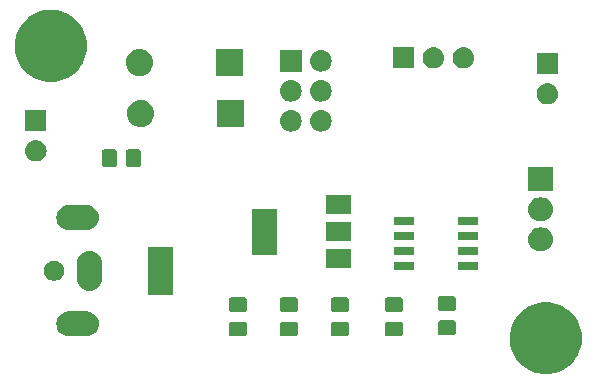
<source format=gbr>
G04 #@! TF.GenerationSoftware,KiCad,Pcbnew,(5.0.1)-4*
G04 #@! TF.CreationDate,2018-11-16T16:38:59+08:00*
G04 #@! TF.ProjectId,AILight,41494C696768742E6B696361645F7063,rev?*
G04 #@! TF.SameCoordinates,Original*
G04 #@! TF.FileFunction,Soldermask,Top*
G04 #@! TF.FilePolarity,Negative*
%FSLAX46Y46*%
G04 Gerber Fmt 4.6, Leading zero omitted, Abs format (unit mm)*
G04 Created by KiCad (PCBNEW (5.0.1)-4) date 2018-11-16 16:38:59*
%MOMM*%
%LPD*%
G01*
G04 APERTURE LIST*
%ADD10C,0.100000*%
G04 APERTURE END LIST*
D10*
G36*
X59650170Y-83367879D02*
X59944868Y-83426498D01*
X60500067Y-83656469D01*
X60787220Y-83848339D01*
X60999736Y-83990338D01*
X61424662Y-84415264D01*
X61424664Y-84415267D01*
X61758531Y-84914933D01*
X61988502Y-85470132D01*
X62011450Y-85585500D01*
X62105740Y-86059527D01*
X62105740Y-86660473D01*
X62075051Y-86814757D01*
X61988502Y-87249868D01*
X61758531Y-87805067D01*
X61547335Y-88121143D01*
X61424662Y-88304736D01*
X60999736Y-88729662D01*
X60999733Y-88729664D01*
X60500067Y-89063531D01*
X59944868Y-89293502D01*
X59751325Y-89332000D01*
X59355473Y-89410740D01*
X58754527Y-89410740D01*
X58358675Y-89332000D01*
X58165132Y-89293502D01*
X57609933Y-89063531D01*
X57110267Y-88729664D01*
X57110264Y-88729662D01*
X56685338Y-88304736D01*
X56562665Y-88121143D01*
X56351469Y-87805067D01*
X56121498Y-87249868D01*
X56034949Y-86814757D01*
X56004260Y-86660473D01*
X56004260Y-86059527D01*
X56098550Y-85585500D01*
X56121498Y-85470132D01*
X56351469Y-84914933D01*
X56685336Y-84415267D01*
X56685338Y-84415264D01*
X57110264Y-83990338D01*
X57322780Y-83848339D01*
X57609933Y-83656469D01*
X58165132Y-83426498D01*
X58459830Y-83367879D01*
X58754527Y-83309260D01*
X59355473Y-83309260D01*
X59650170Y-83367879D01*
X59650170Y-83367879D01*
G37*
G36*
X46778314Y-84955714D02*
X46816001Y-84967147D01*
X46850740Y-84985715D01*
X46881185Y-85010701D01*
X46906171Y-85041146D01*
X46924739Y-85075885D01*
X46936172Y-85113572D01*
X46940637Y-85158910D01*
X46940637Y-85995588D01*
X46936172Y-86040926D01*
X46924739Y-86078613D01*
X46906171Y-86113352D01*
X46881185Y-86143797D01*
X46850740Y-86168783D01*
X46816001Y-86187351D01*
X46778314Y-86198784D01*
X46732976Y-86203249D01*
X45646298Y-86203249D01*
X45600960Y-86198784D01*
X45563273Y-86187351D01*
X45528534Y-86168783D01*
X45498089Y-86143797D01*
X45473103Y-86113352D01*
X45454535Y-86078613D01*
X45443102Y-86040926D01*
X45438637Y-85995588D01*
X45438637Y-85158910D01*
X45443102Y-85113572D01*
X45454535Y-85075885D01*
X45473103Y-85041146D01*
X45498089Y-85010701D01*
X45528534Y-84985715D01*
X45563273Y-84967147D01*
X45600960Y-84955714D01*
X45646298Y-84951249D01*
X46732976Y-84951249D01*
X46778314Y-84955714D01*
X46778314Y-84955714D01*
G37*
G36*
X42206314Y-84955714D02*
X42244001Y-84967147D01*
X42278740Y-84985715D01*
X42309185Y-85010701D01*
X42334171Y-85041146D01*
X42352739Y-85075885D01*
X42364172Y-85113572D01*
X42368637Y-85158910D01*
X42368637Y-85995588D01*
X42364172Y-86040926D01*
X42352739Y-86078613D01*
X42334171Y-86113352D01*
X42309185Y-86143797D01*
X42278740Y-86168783D01*
X42244001Y-86187351D01*
X42206314Y-86198784D01*
X42160976Y-86203249D01*
X41074298Y-86203249D01*
X41028960Y-86198784D01*
X40991273Y-86187351D01*
X40956534Y-86168783D01*
X40926089Y-86143797D01*
X40901103Y-86113352D01*
X40882535Y-86078613D01*
X40871102Y-86040926D01*
X40866637Y-85995588D01*
X40866637Y-85158910D01*
X40871102Y-85113572D01*
X40882535Y-85075885D01*
X40901103Y-85041146D01*
X40926089Y-85010701D01*
X40956534Y-84985715D01*
X40991273Y-84967147D01*
X41028960Y-84955714D01*
X41074298Y-84951249D01*
X42160976Y-84951249D01*
X42206314Y-84955714D01*
X42206314Y-84955714D01*
G37*
G36*
X33570314Y-84955714D02*
X33608001Y-84967147D01*
X33642740Y-84985715D01*
X33673185Y-85010701D01*
X33698171Y-85041146D01*
X33716739Y-85075885D01*
X33728172Y-85113572D01*
X33732637Y-85158910D01*
X33732637Y-85995588D01*
X33728172Y-86040926D01*
X33716739Y-86078613D01*
X33698171Y-86113352D01*
X33673185Y-86143797D01*
X33642740Y-86168783D01*
X33608001Y-86187351D01*
X33570314Y-86198784D01*
X33524976Y-86203249D01*
X32438298Y-86203249D01*
X32392960Y-86198784D01*
X32355273Y-86187351D01*
X32320534Y-86168783D01*
X32290089Y-86143797D01*
X32265103Y-86113352D01*
X32246535Y-86078613D01*
X32235102Y-86040926D01*
X32230637Y-85995588D01*
X32230637Y-85158910D01*
X32235102Y-85113572D01*
X32246535Y-85075885D01*
X32265103Y-85041146D01*
X32290089Y-85010701D01*
X32320534Y-84985715D01*
X32355273Y-84967147D01*
X32392960Y-84955714D01*
X32438298Y-84951249D01*
X33524976Y-84951249D01*
X33570314Y-84955714D01*
X33570314Y-84955714D01*
G37*
G36*
X37888314Y-84955714D02*
X37926001Y-84967147D01*
X37960740Y-84985715D01*
X37991185Y-85010701D01*
X38016171Y-85041146D01*
X38034739Y-85075885D01*
X38046172Y-85113572D01*
X38050637Y-85158910D01*
X38050637Y-85995588D01*
X38046172Y-86040926D01*
X38034739Y-86078613D01*
X38016171Y-86113352D01*
X37991185Y-86143797D01*
X37960740Y-86168783D01*
X37926001Y-86187351D01*
X37888314Y-86198784D01*
X37842976Y-86203249D01*
X36756298Y-86203249D01*
X36710960Y-86198784D01*
X36673273Y-86187351D01*
X36638534Y-86168783D01*
X36608089Y-86143797D01*
X36583103Y-86113352D01*
X36564535Y-86078613D01*
X36553102Y-86040926D01*
X36548637Y-85995588D01*
X36548637Y-85158910D01*
X36553102Y-85113572D01*
X36564535Y-85075885D01*
X36583103Y-85041146D01*
X36608089Y-85010701D01*
X36638534Y-84985715D01*
X36673273Y-84967147D01*
X36710960Y-84955714D01*
X36756298Y-84951249D01*
X37842976Y-84951249D01*
X37888314Y-84955714D01*
X37888314Y-84955714D01*
G37*
G36*
X20248510Y-84097041D02*
X20372032Y-84109207D01*
X20570146Y-84169305D01*
X20752729Y-84266897D01*
X20912765Y-84398235D01*
X21044103Y-84558271D01*
X21141695Y-84740854D01*
X21201793Y-84938968D01*
X21222085Y-85145000D01*
X21201793Y-85351032D01*
X21141695Y-85549146D01*
X21044103Y-85731729D01*
X20912765Y-85891765D01*
X20752729Y-86023103D01*
X20570146Y-86120695D01*
X20372032Y-86180793D01*
X20248510Y-86192959D01*
X20217631Y-86196000D01*
X18614369Y-86196000D01*
X18583490Y-86192959D01*
X18459968Y-86180793D01*
X18261854Y-86120695D01*
X18079271Y-86023103D01*
X17919235Y-85891765D01*
X17787897Y-85731729D01*
X17690305Y-85549146D01*
X17630207Y-85351032D01*
X17609915Y-85145000D01*
X17630207Y-84938968D01*
X17690305Y-84740854D01*
X17787897Y-84558271D01*
X17919235Y-84398235D01*
X18079271Y-84266897D01*
X18261854Y-84169305D01*
X18459968Y-84109207D01*
X18583490Y-84097041D01*
X18614369Y-84094000D01*
X20217631Y-84094000D01*
X20248510Y-84097041D01*
X20248510Y-84097041D01*
G37*
G36*
X51261677Y-84858465D02*
X51299364Y-84869898D01*
X51334103Y-84888466D01*
X51364548Y-84913452D01*
X51389534Y-84943897D01*
X51408102Y-84978636D01*
X51419535Y-85016323D01*
X51424000Y-85061661D01*
X51424000Y-85898339D01*
X51419535Y-85943677D01*
X51408102Y-85981364D01*
X51389534Y-86016103D01*
X51364548Y-86046548D01*
X51334103Y-86071534D01*
X51299364Y-86090102D01*
X51261677Y-86101535D01*
X51216339Y-86106000D01*
X50129661Y-86106000D01*
X50084323Y-86101535D01*
X50046636Y-86090102D01*
X50011897Y-86071534D01*
X49981452Y-86046548D01*
X49956466Y-86016103D01*
X49937898Y-85981364D01*
X49926465Y-85943677D01*
X49922000Y-85898339D01*
X49922000Y-85061661D01*
X49926465Y-85016323D01*
X49937898Y-84978636D01*
X49956466Y-84943897D01*
X49981452Y-84913452D01*
X50011897Y-84888466D01*
X50046636Y-84869898D01*
X50084323Y-84858465D01*
X50129661Y-84854000D01*
X51216339Y-84854000D01*
X51261677Y-84858465D01*
X51261677Y-84858465D01*
G37*
G36*
X33570314Y-82905714D02*
X33608001Y-82917147D01*
X33642740Y-82935715D01*
X33673185Y-82960701D01*
X33698171Y-82991146D01*
X33716739Y-83025885D01*
X33728172Y-83063572D01*
X33732637Y-83108910D01*
X33732637Y-83945588D01*
X33728172Y-83990926D01*
X33716739Y-84028613D01*
X33698171Y-84063352D01*
X33673185Y-84093797D01*
X33642740Y-84118783D01*
X33608001Y-84137351D01*
X33570314Y-84148784D01*
X33524976Y-84153249D01*
X32438298Y-84153249D01*
X32392960Y-84148784D01*
X32355273Y-84137351D01*
X32320534Y-84118783D01*
X32290089Y-84093797D01*
X32265103Y-84063352D01*
X32246535Y-84028613D01*
X32235102Y-83990926D01*
X32230637Y-83945588D01*
X32230637Y-83108910D01*
X32235102Y-83063572D01*
X32246535Y-83025885D01*
X32265103Y-82991146D01*
X32290089Y-82960701D01*
X32320534Y-82935715D01*
X32355273Y-82917147D01*
X32392960Y-82905714D01*
X32438298Y-82901249D01*
X33524976Y-82901249D01*
X33570314Y-82905714D01*
X33570314Y-82905714D01*
G37*
G36*
X37888314Y-82905714D02*
X37926001Y-82917147D01*
X37960740Y-82935715D01*
X37991185Y-82960701D01*
X38016171Y-82991146D01*
X38034739Y-83025885D01*
X38046172Y-83063572D01*
X38050637Y-83108910D01*
X38050637Y-83945588D01*
X38046172Y-83990926D01*
X38034739Y-84028613D01*
X38016171Y-84063352D01*
X37991185Y-84093797D01*
X37960740Y-84118783D01*
X37926001Y-84137351D01*
X37888314Y-84148784D01*
X37842976Y-84153249D01*
X36756298Y-84153249D01*
X36710960Y-84148784D01*
X36673273Y-84137351D01*
X36638534Y-84118783D01*
X36608089Y-84093797D01*
X36583103Y-84063352D01*
X36564535Y-84028613D01*
X36553102Y-83990926D01*
X36548637Y-83945588D01*
X36548637Y-83108910D01*
X36553102Y-83063572D01*
X36564535Y-83025885D01*
X36583103Y-82991146D01*
X36608089Y-82960701D01*
X36638534Y-82935715D01*
X36673273Y-82917147D01*
X36710960Y-82905714D01*
X36756298Y-82901249D01*
X37842976Y-82901249D01*
X37888314Y-82905714D01*
X37888314Y-82905714D01*
G37*
G36*
X42206314Y-82905714D02*
X42244001Y-82917147D01*
X42278740Y-82935715D01*
X42309185Y-82960701D01*
X42334171Y-82991146D01*
X42352739Y-83025885D01*
X42364172Y-83063572D01*
X42368637Y-83108910D01*
X42368637Y-83945588D01*
X42364172Y-83990926D01*
X42352739Y-84028613D01*
X42334171Y-84063352D01*
X42309185Y-84093797D01*
X42278740Y-84118783D01*
X42244001Y-84137351D01*
X42206314Y-84148784D01*
X42160976Y-84153249D01*
X41074298Y-84153249D01*
X41028960Y-84148784D01*
X40991273Y-84137351D01*
X40956534Y-84118783D01*
X40926089Y-84093797D01*
X40901103Y-84063352D01*
X40882535Y-84028613D01*
X40871102Y-83990926D01*
X40866637Y-83945588D01*
X40866637Y-83108910D01*
X40871102Y-83063572D01*
X40882535Y-83025885D01*
X40901103Y-82991146D01*
X40926089Y-82960701D01*
X40956534Y-82935715D01*
X40991273Y-82917147D01*
X41028960Y-82905714D01*
X41074298Y-82901249D01*
X42160976Y-82901249D01*
X42206314Y-82905714D01*
X42206314Y-82905714D01*
G37*
G36*
X46778314Y-82905714D02*
X46816001Y-82917147D01*
X46850740Y-82935715D01*
X46881185Y-82960701D01*
X46906171Y-82991146D01*
X46924739Y-83025885D01*
X46936172Y-83063572D01*
X46940637Y-83108910D01*
X46940637Y-83945588D01*
X46936172Y-83990926D01*
X46924739Y-84028613D01*
X46906171Y-84063352D01*
X46881185Y-84093797D01*
X46850740Y-84118783D01*
X46816001Y-84137351D01*
X46778314Y-84148784D01*
X46732976Y-84153249D01*
X45646298Y-84153249D01*
X45600960Y-84148784D01*
X45563273Y-84137351D01*
X45528534Y-84118783D01*
X45498089Y-84093797D01*
X45473103Y-84063352D01*
X45454535Y-84028613D01*
X45443102Y-83990926D01*
X45438637Y-83945588D01*
X45438637Y-83108910D01*
X45443102Y-83063572D01*
X45454535Y-83025885D01*
X45473103Y-82991146D01*
X45498089Y-82960701D01*
X45528534Y-82935715D01*
X45563273Y-82917147D01*
X45600960Y-82905714D01*
X45646298Y-82901249D01*
X46732976Y-82901249D01*
X46778314Y-82905714D01*
X46778314Y-82905714D01*
G37*
G36*
X51261677Y-82808465D02*
X51299364Y-82819898D01*
X51334103Y-82838466D01*
X51364548Y-82863452D01*
X51389534Y-82893897D01*
X51408102Y-82928636D01*
X51419535Y-82966323D01*
X51424000Y-83011661D01*
X51424000Y-83848339D01*
X51419535Y-83893677D01*
X51408102Y-83931364D01*
X51389534Y-83966103D01*
X51364548Y-83996548D01*
X51334103Y-84021534D01*
X51299364Y-84040102D01*
X51261677Y-84051535D01*
X51216339Y-84056000D01*
X50129661Y-84056000D01*
X50084323Y-84051535D01*
X50046636Y-84040102D01*
X50011897Y-84021534D01*
X49981452Y-83996548D01*
X49956466Y-83966103D01*
X49937898Y-83931364D01*
X49926465Y-83893677D01*
X49922000Y-83848339D01*
X49922000Y-83011661D01*
X49926465Y-82966323D01*
X49937898Y-82928636D01*
X49956466Y-82893897D01*
X49981452Y-82863452D01*
X50011897Y-82838466D01*
X50046636Y-82819898D01*
X50084323Y-82808465D01*
X50129661Y-82804000D01*
X51216339Y-82804000D01*
X51261677Y-82808465D01*
X51261677Y-82808465D01*
G37*
G36*
X27467000Y-82696000D02*
X25365000Y-82696000D01*
X25365000Y-78594000D01*
X27467000Y-78594000D01*
X27467000Y-82696000D01*
X27467000Y-82696000D01*
G37*
G36*
X20622032Y-78959207D02*
X20820146Y-79019305D01*
X21002729Y-79116897D01*
X21162765Y-79248235D01*
X21294103Y-79408271D01*
X21391695Y-79590854D01*
X21451793Y-79788968D01*
X21467000Y-79943370D01*
X21467000Y-81346630D01*
X21451793Y-81501032D01*
X21391695Y-81699146D01*
X21294103Y-81881729D01*
X21294101Y-81881731D01*
X21162768Y-82041762D01*
X21162766Y-82041763D01*
X21162765Y-82041765D01*
X21002729Y-82173103D01*
X20820145Y-82270695D01*
X20622031Y-82330793D01*
X20416000Y-82351085D01*
X20209968Y-82330793D01*
X20011854Y-82270695D01*
X19829271Y-82173103D01*
X19765257Y-82120568D01*
X19669238Y-82041768D01*
X19669237Y-82041766D01*
X19669235Y-82041765D01*
X19537897Y-81881729D01*
X19440305Y-81699145D01*
X19380207Y-81501031D01*
X19365000Y-81346629D01*
X19365000Y-79943370D01*
X19367991Y-79913000D01*
X19380207Y-79788972D01*
X19440306Y-79590852D01*
X19537899Y-79408269D01*
X19669236Y-79248235D01*
X19829270Y-79116899D01*
X19829272Y-79116897D01*
X20011855Y-79019305D01*
X20209969Y-78959207D01*
X20416000Y-78938915D01*
X20622032Y-78959207D01*
X20622032Y-78959207D01*
G37*
G36*
X17664228Y-79826703D02*
X17819100Y-79890853D01*
X17958481Y-79983985D01*
X18077015Y-80102519D01*
X18170147Y-80241900D01*
X18234297Y-80396772D01*
X18267000Y-80561184D01*
X18267000Y-80728816D01*
X18234297Y-80893228D01*
X18170147Y-81048100D01*
X18077015Y-81187481D01*
X17958481Y-81306015D01*
X17819100Y-81399147D01*
X17664228Y-81463297D01*
X17499816Y-81496000D01*
X17332184Y-81496000D01*
X17167772Y-81463297D01*
X17012900Y-81399147D01*
X16873519Y-81306015D01*
X16754985Y-81187481D01*
X16661853Y-81048100D01*
X16597703Y-80893228D01*
X16565000Y-80728816D01*
X16565000Y-80561184D01*
X16597703Y-80396772D01*
X16661853Y-80241900D01*
X16754985Y-80102519D01*
X16873519Y-79983985D01*
X17012900Y-79890853D01*
X17167772Y-79826703D01*
X17332184Y-79794000D01*
X17499816Y-79794000D01*
X17664228Y-79826703D01*
X17664228Y-79826703D01*
G37*
G36*
X53277000Y-80615000D02*
X51625000Y-80615000D01*
X51625000Y-79913000D01*
X53277000Y-79913000D01*
X53277000Y-80615000D01*
X53277000Y-80615000D01*
G37*
G36*
X47877000Y-80615000D02*
X46225000Y-80615000D01*
X46225000Y-79913000D01*
X47877000Y-79913000D01*
X47877000Y-80615000D01*
X47877000Y-80615000D01*
G37*
G36*
X42555000Y-80444000D02*
X40453000Y-80444000D01*
X40453000Y-78842000D01*
X42555000Y-78842000D01*
X42555000Y-80444000D01*
X42555000Y-80444000D01*
G37*
G36*
X53277000Y-79345000D02*
X51625000Y-79345000D01*
X51625000Y-78643000D01*
X53277000Y-78643000D01*
X53277000Y-79345000D01*
X53277000Y-79345000D01*
G37*
G36*
X47877000Y-79345000D02*
X46225000Y-79345000D01*
X46225000Y-78643000D01*
X47877000Y-78643000D01*
X47877000Y-79345000D01*
X47877000Y-79345000D01*
G37*
G36*
X36255000Y-79294000D02*
X34153000Y-79294000D01*
X34153000Y-75392000D01*
X36255000Y-75392000D01*
X36255000Y-79294000D01*
X36255000Y-79294000D01*
G37*
G36*
X58766264Y-76980308D02*
X58854720Y-76989020D01*
X59043881Y-77046401D01*
X59218212Y-77139583D01*
X59371015Y-77264985D01*
X59496417Y-77417788D01*
X59589599Y-77592119D01*
X59646980Y-77781280D01*
X59666355Y-77978000D01*
X59646980Y-78174720D01*
X59589599Y-78363881D01*
X59496417Y-78538212D01*
X59371015Y-78691015D01*
X59218212Y-78816417D01*
X59043881Y-78909599D01*
X58854720Y-78966980D01*
X58766264Y-78975692D01*
X58707296Y-78981500D01*
X58513704Y-78981500D01*
X58454736Y-78975692D01*
X58366280Y-78966980D01*
X58177119Y-78909599D01*
X58002788Y-78816417D01*
X57849985Y-78691015D01*
X57724583Y-78538212D01*
X57631401Y-78363881D01*
X57574020Y-78174720D01*
X57554645Y-77978000D01*
X57574020Y-77781280D01*
X57631401Y-77592119D01*
X57724583Y-77417788D01*
X57849985Y-77264985D01*
X58002788Y-77139583D01*
X58177119Y-77046401D01*
X58366280Y-76989020D01*
X58454736Y-76980308D01*
X58513704Y-76974500D01*
X58707296Y-76974500D01*
X58766264Y-76980308D01*
X58766264Y-76980308D01*
G37*
G36*
X42555000Y-78144000D02*
X40453000Y-78144000D01*
X40453000Y-76542000D01*
X42555000Y-76542000D01*
X42555000Y-78144000D01*
X42555000Y-78144000D01*
G37*
G36*
X53277000Y-78075000D02*
X51625000Y-78075000D01*
X51625000Y-77373000D01*
X53277000Y-77373000D01*
X53277000Y-78075000D01*
X53277000Y-78075000D01*
G37*
G36*
X47877000Y-78075000D02*
X46225000Y-78075000D01*
X46225000Y-77373000D01*
X47877000Y-77373000D01*
X47877000Y-78075000D01*
X47877000Y-78075000D01*
G37*
G36*
X20248510Y-75097041D02*
X20372032Y-75109207D01*
X20570146Y-75169305D01*
X20752729Y-75266897D01*
X20912765Y-75398235D01*
X21044103Y-75558271D01*
X21141695Y-75740854D01*
X21201793Y-75938968D01*
X21222085Y-76145000D01*
X21201793Y-76351032D01*
X21141695Y-76549146D01*
X21044103Y-76731729D01*
X20912765Y-76891765D01*
X20752729Y-77023103D01*
X20570146Y-77120695D01*
X20372032Y-77180793D01*
X20248510Y-77192959D01*
X20217631Y-77196000D01*
X18614369Y-77196000D01*
X18583490Y-77192959D01*
X18459968Y-77180793D01*
X18261854Y-77120695D01*
X18079271Y-77023103D01*
X17919235Y-76891765D01*
X17787897Y-76731729D01*
X17690305Y-76549146D01*
X17630207Y-76351032D01*
X17609915Y-76145000D01*
X17630207Y-75938968D01*
X17690305Y-75740854D01*
X17787897Y-75558271D01*
X17919235Y-75398235D01*
X18079271Y-75266897D01*
X18261854Y-75169305D01*
X18459968Y-75109207D01*
X18583490Y-75097041D01*
X18614369Y-75094000D01*
X20217631Y-75094000D01*
X20248510Y-75097041D01*
X20248510Y-75097041D01*
G37*
G36*
X47877000Y-76805000D02*
X46225000Y-76805000D01*
X46225000Y-76103000D01*
X47877000Y-76103000D01*
X47877000Y-76805000D01*
X47877000Y-76805000D01*
G37*
G36*
X53277000Y-76805000D02*
X51625000Y-76805000D01*
X51625000Y-76103000D01*
X53277000Y-76103000D01*
X53277000Y-76805000D01*
X53277000Y-76805000D01*
G37*
G36*
X58766264Y-74440308D02*
X58854720Y-74449020D01*
X59043881Y-74506401D01*
X59218212Y-74599583D01*
X59371015Y-74724985D01*
X59496417Y-74877788D01*
X59589599Y-75052119D01*
X59646980Y-75241280D01*
X59666355Y-75438000D01*
X59646980Y-75634720D01*
X59589599Y-75823881D01*
X59496417Y-75998212D01*
X59371015Y-76151015D01*
X59218212Y-76276417D01*
X59043881Y-76369599D01*
X58854720Y-76426980D01*
X58766264Y-76435692D01*
X58707296Y-76441500D01*
X58513704Y-76441500D01*
X58454736Y-76435692D01*
X58366280Y-76426980D01*
X58177119Y-76369599D01*
X58002788Y-76276417D01*
X57849985Y-76151015D01*
X57724583Y-75998212D01*
X57631401Y-75823881D01*
X57574020Y-75634720D01*
X57554645Y-75438000D01*
X57574020Y-75241280D01*
X57631401Y-75052119D01*
X57724583Y-74877788D01*
X57849985Y-74724985D01*
X58002788Y-74599583D01*
X58177119Y-74506401D01*
X58366280Y-74449020D01*
X58454736Y-74440308D01*
X58513704Y-74434500D01*
X58707296Y-74434500D01*
X58766264Y-74440308D01*
X58766264Y-74440308D01*
G37*
G36*
X42555000Y-75844000D02*
X40453000Y-75844000D01*
X40453000Y-74242000D01*
X42555000Y-74242000D01*
X42555000Y-75844000D01*
X42555000Y-75844000D01*
G37*
G36*
X59661500Y-73901500D02*
X57559500Y-73901500D01*
X57559500Y-71894500D01*
X59661500Y-71894500D01*
X59661500Y-73901500D01*
X59661500Y-73901500D01*
G37*
G36*
X22552677Y-70373465D02*
X22590364Y-70384898D01*
X22625103Y-70403466D01*
X22655548Y-70428452D01*
X22680534Y-70458897D01*
X22699102Y-70493636D01*
X22710535Y-70531323D01*
X22715000Y-70576661D01*
X22715000Y-71663339D01*
X22710535Y-71708677D01*
X22699102Y-71746364D01*
X22680534Y-71781103D01*
X22655548Y-71811548D01*
X22625103Y-71836534D01*
X22590364Y-71855102D01*
X22552677Y-71866535D01*
X22507339Y-71871000D01*
X21670661Y-71871000D01*
X21625323Y-71866535D01*
X21587636Y-71855102D01*
X21552897Y-71836534D01*
X21522452Y-71811548D01*
X21497466Y-71781103D01*
X21478898Y-71746364D01*
X21467465Y-71708677D01*
X21463000Y-71663339D01*
X21463000Y-70576661D01*
X21467465Y-70531323D01*
X21478898Y-70493636D01*
X21497466Y-70458897D01*
X21522452Y-70428452D01*
X21552897Y-70403466D01*
X21587636Y-70384898D01*
X21625323Y-70373465D01*
X21670661Y-70369000D01*
X22507339Y-70369000D01*
X22552677Y-70373465D01*
X22552677Y-70373465D01*
G37*
G36*
X24602677Y-70373465D02*
X24640364Y-70384898D01*
X24675103Y-70403466D01*
X24705548Y-70428452D01*
X24730534Y-70458897D01*
X24749102Y-70493636D01*
X24760535Y-70531323D01*
X24765000Y-70576661D01*
X24765000Y-71663339D01*
X24760535Y-71708677D01*
X24749102Y-71746364D01*
X24730534Y-71781103D01*
X24705548Y-71811548D01*
X24675103Y-71836534D01*
X24640364Y-71855102D01*
X24602677Y-71866535D01*
X24557339Y-71871000D01*
X23720661Y-71871000D01*
X23675323Y-71866535D01*
X23637636Y-71855102D01*
X23602897Y-71836534D01*
X23572452Y-71811548D01*
X23547466Y-71781103D01*
X23528898Y-71746364D01*
X23517465Y-71708677D01*
X23513000Y-71663339D01*
X23513000Y-70576661D01*
X23517465Y-70531323D01*
X23528898Y-70493636D01*
X23547466Y-70458897D01*
X23572452Y-70428452D01*
X23602897Y-70403466D01*
X23637636Y-70384898D01*
X23675323Y-70373465D01*
X23720661Y-70369000D01*
X24557339Y-70369000D01*
X24602677Y-70373465D01*
X24602677Y-70373465D01*
G37*
G36*
X15985442Y-69590518D02*
X16051627Y-69597037D01*
X16164853Y-69631384D01*
X16221467Y-69648557D01*
X16360087Y-69722652D01*
X16377991Y-69732222D01*
X16413729Y-69761552D01*
X16515186Y-69844814D01*
X16598448Y-69946271D01*
X16627778Y-69982009D01*
X16627779Y-69982011D01*
X16711443Y-70138533D01*
X16711443Y-70138534D01*
X16762963Y-70308373D01*
X16780359Y-70485000D01*
X16762963Y-70661627D01*
X16728616Y-70774853D01*
X16711443Y-70831467D01*
X16637348Y-70970087D01*
X16627778Y-70987991D01*
X16598448Y-71023729D01*
X16515186Y-71125186D01*
X16413729Y-71208448D01*
X16377991Y-71237778D01*
X16377989Y-71237779D01*
X16221467Y-71321443D01*
X16164853Y-71338616D01*
X16051627Y-71372963D01*
X15985442Y-71379482D01*
X15919260Y-71386000D01*
X15830740Y-71386000D01*
X15764558Y-71379482D01*
X15698373Y-71372963D01*
X15585147Y-71338616D01*
X15528533Y-71321443D01*
X15372011Y-71237779D01*
X15372009Y-71237778D01*
X15336271Y-71208448D01*
X15234814Y-71125186D01*
X15151552Y-71023729D01*
X15122222Y-70987991D01*
X15112652Y-70970087D01*
X15038557Y-70831467D01*
X15021384Y-70774853D01*
X14987037Y-70661627D01*
X14969641Y-70485000D01*
X14987037Y-70308373D01*
X15038557Y-70138534D01*
X15038557Y-70138533D01*
X15122221Y-69982011D01*
X15122222Y-69982009D01*
X15151552Y-69946271D01*
X15234814Y-69844814D01*
X15336271Y-69761552D01*
X15372009Y-69732222D01*
X15389913Y-69722652D01*
X15528533Y-69648557D01*
X15585147Y-69631384D01*
X15698373Y-69597037D01*
X15764558Y-69590518D01*
X15830740Y-69584000D01*
X15919260Y-69584000D01*
X15985442Y-69590518D01*
X15985442Y-69590518D01*
G37*
G36*
X40184294Y-67043633D02*
X40356694Y-67095931D01*
X40356696Y-67095932D01*
X40515583Y-67180859D01*
X40654849Y-67295151D01*
X40769141Y-67434417D01*
X40823243Y-67535635D01*
X40854069Y-67593306D01*
X40906367Y-67765706D01*
X40924025Y-67945000D01*
X40906367Y-68124294D01*
X40861665Y-68271653D01*
X40854068Y-68296696D01*
X40769141Y-68455583D01*
X40654849Y-68594849D01*
X40515583Y-68709141D01*
X40356696Y-68794068D01*
X40356694Y-68794069D01*
X40184294Y-68846367D01*
X40049931Y-68859600D01*
X39960069Y-68859600D01*
X39825706Y-68846367D01*
X39653306Y-68794069D01*
X39653304Y-68794068D01*
X39494417Y-68709141D01*
X39355151Y-68594849D01*
X39240859Y-68455583D01*
X39155932Y-68296696D01*
X39148335Y-68271653D01*
X39103633Y-68124294D01*
X39085975Y-67945000D01*
X39103633Y-67765706D01*
X39155931Y-67593306D01*
X39186757Y-67535635D01*
X39240859Y-67434417D01*
X39355151Y-67295151D01*
X39494417Y-67180859D01*
X39653304Y-67095932D01*
X39653306Y-67095931D01*
X39825706Y-67043633D01*
X39960069Y-67030400D01*
X40049931Y-67030400D01*
X40184294Y-67043633D01*
X40184294Y-67043633D01*
G37*
G36*
X37644294Y-67043633D02*
X37816694Y-67095931D01*
X37816696Y-67095932D01*
X37975583Y-67180859D01*
X38114849Y-67295151D01*
X38229141Y-67434417D01*
X38283243Y-67535635D01*
X38314069Y-67593306D01*
X38366367Y-67765706D01*
X38384025Y-67945000D01*
X38366367Y-68124294D01*
X38321665Y-68271653D01*
X38314068Y-68296696D01*
X38229141Y-68455583D01*
X38114849Y-68594849D01*
X37975583Y-68709141D01*
X37816696Y-68794068D01*
X37816694Y-68794069D01*
X37644294Y-68846367D01*
X37509931Y-68859600D01*
X37420069Y-68859600D01*
X37285706Y-68846367D01*
X37113306Y-68794069D01*
X37113304Y-68794068D01*
X36954417Y-68709141D01*
X36815151Y-68594849D01*
X36700859Y-68455583D01*
X36615932Y-68296696D01*
X36608335Y-68271653D01*
X36563633Y-68124294D01*
X36545975Y-67945000D01*
X36563633Y-67765706D01*
X36615931Y-67593306D01*
X36646757Y-67535635D01*
X36700859Y-67434417D01*
X36815151Y-67295151D01*
X36954417Y-67180859D01*
X37113304Y-67095932D01*
X37113306Y-67095931D01*
X37285706Y-67043633D01*
X37420069Y-67030400D01*
X37509931Y-67030400D01*
X37644294Y-67043633D01*
X37644294Y-67043633D01*
G37*
G36*
X16776000Y-68846000D02*
X14974000Y-68846000D01*
X14974000Y-67044000D01*
X16776000Y-67044000D01*
X16776000Y-68846000D01*
X16776000Y-68846000D01*
G37*
G36*
X24889180Y-66165662D02*
X24990635Y-66175654D01*
X25207600Y-66241470D01*
X25207602Y-66241471D01*
X25207605Y-66241472D01*
X25407556Y-66348347D01*
X25582818Y-66492182D01*
X25726653Y-66667444D01*
X25833528Y-66867395D01*
X25833529Y-66867398D01*
X25833530Y-66867400D01*
X25899346Y-67084365D01*
X25921569Y-67310000D01*
X25899346Y-67535635D01*
X25833530Y-67752600D01*
X25833528Y-67752605D01*
X25726653Y-67952556D01*
X25582818Y-68127818D01*
X25407556Y-68271653D01*
X25207605Y-68378528D01*
X25207602Y-68378529D01*
X25207600Y-68378530D01*
X24990635Y-68444346D01*
X24889180Y-68454338D01*
X24821545Y-68461000D01*
X24708455Y-68461000D01*
X24640820Y-68454338D01*
X24539365Y-68444346D01*
X24322400Y-68378530D01*
X24322398Y-68378529D01*
X24322395Y-68378528D01*
X24122444Y-68271653D01*
X23947182Y-68127818D01*
X23803347Y-67952556D01*
X23696472Y-67752605D01*
X23696470Y-67752600D01*
X23630654Y-67535635D01*
X23608431Y-67310000D01*
X23630654Y-67084365D01*
X23696470Y-66867400D01*
X23696471Y-66867398D01*
X23696472Y-66867395D01*
X23803347Y-66667444D01*
X23947182Y-66492182D01*
X24122444Y-66348347D01*
X24322395Y-66241472D01*
X24322398Y-66241471D01*
X24322400Y-66241470D01*
X24539365Y-66175654D01*
X24640820Y-66165662D01*
X24708455Y-66159000D01*
X24821545Y-66159000D01*
X24889180Y-66165662D01*
X24889180Y-66165662D01*
G37*
G36*
X33536000Y-68461000D02*
X31234000Y-68461000D01*
X31234000Y-66159000D01*
X33536000Y-66159000D01*
X33536000Y-68461000D01*
X33536000Y-68461000D01*
G37*
G36*
X59292443Y-64764519D02*
X59358627Y-64771037D01*
X59471853Y-64805384D01*
X59528467Y-64822557D01*
X59662904Y-64894416D01*
X59684991Y-64906222D01*
X59720729Y-64935552D01*
X59822186Y-65018814D01*
X59905448Y-65120271D01*
X59934778Y-65156009D01*
X59934779Y-65156011D01*
X60018443Y-65312533D01*
X60018443Y-65312534D01*
X60069963Y-65482373D01*
X60087359Y-65659000D01*
X60069963Y-65835627D01*
X60045708Y-65915584D01*
X60018443Y-66005467D01*
X59992047Y-66054849D01*
X59934778Y-66161991D01*
X59928910Y-66169141D01*
X59822186Y-66299186D01*
X59720729Y-66382448D01*
X59684991Y-66411778D01*
X59684989Y-66411779D01*
X59528467Y-66495443D01*
X59471853Y-66512616D01*
X59358627Y-66546963D01*
X59292442Y-66553482D01*
X59226260Y-66560000D01*
X59137740Y-66560000D01*
X59071558Y-66553482D01*
X59005373Y-66546963D01*
X58892147Y-66512616D01*
X58835533Y-66495443D01*
X58679011Y-66411779D01*
X58679009Y-66411778D01*
X58643271Y-66382448D01*
X58541814Y-66299186D01*
X58435090Y-66169141D01*
X58429222Y-66161991D01*
X58371953Y-66054849D01*
X58345557Y-66005467D01*
X58318292Y-65915584D01*
X58294037Y-65835627D01*
X58276641Y-65659000D01*
X58294037Y-65482373D01*
X58345557Y-65312534D01*
X58345557Y-65312533D01*
X58429221Y-65156011D01*
X58429222Y-65156009D01*
X58458552Y-65120271D01*
X58541814Y-65018814D01*
X58643271Y-64935552D01*
X58679009Y-64906222D01*
X58701096Y-64894416D01*
X58835533Y-64822557D01*
X58892147Y-64805384D01*
X59005373Y-64771037D01*
X59071557Y-64764519D01*
X59137740Y-64758000D01*
X59226260Y-64758000D01*
X59292443Y-64764519D01*
X59292443Y-64764519D01*
G37*
G36*
X37644294Y-64503633D02*
X37816694Y-64555931D01*
X37816696Y-64555932D01*
X37975583Y-64640859D01*
X38114849Y-64755151D01*
X38229141Y-64894417D01*
X38295633Y-65018814D01*
X38314069Y-65053306D01*
X38366367Y-65225706D01*
X38384025Y-65405000D01*
X38366367Y-65584294D01*
X38314069Y-65756694D01*
X38314068Y-65756696D01*
X38229141Y-65915583D01*
X38114849Y-66054849D01*
X37975583Y-66169141D01*
X37840265Y-66241470D01*
X37816694Y-66254069D01*
X37644294Y-66306367D01*
X37509931Y-66319600D01*
X37420069Y-66319600D01*
X37285706Y-66306367D01*
X37113306Y-66254069D01*
X37089735Y-66241470D01*
X36954417Y-66169141D01*
X36815151Y-66054849D01*
X36700859Y-65915583D01*
X36615932Y-65756696D01*
X36615931Y-65756694D01*
X36563633Y-65584294D01*
X36545975Y-65405000D01*
X36563633Y-65225706D01*
X36615931Y-65053306D01*
X36634367Y-65018814D01*
X36700859Y-64894417D01*
X36815151Y-64755151D01*
X36954417Y-64640859D01*
X37113304Y-64555932D01*
X37113306Y-64555931D01*
X37285706Y-64503633D01*
X37420069Y-64490400D01*
X37509931Y-64490400D01*
X37644294Y-64503633D01*
X37644294Y-64503633D01*
G37*
G36*
X40184294Y-64503633D02*
X40356694Y-64555931D01*
X40356696Y-64555932D01*
X40515583Y-64640859D01*
X40654849Y-64755151D01*
X40769141Y-64894417D01*
X40835633Y-65018814D01*
X40854069Y-65053306D01*
X40906367Y-65225706D01*
X40924025Y-65405000D01*
X40906367Y-65584294D01*
X40854069Y-65756694D01*
X40854068Y-65756696D01*
X40769141Y-65915583D01*
X40654849Y-66054849D01*
X40515583Y-66169141D01*
X40380265Y-66241470D01*
X40356694Y-66254069D01*
X40184294Y-66306367D01*
X40049931Y-66319600D01*
X39960069Y-66319600D01*
X39825706Y-66306367D01*
X39653306Y-66254069D01*
X39629735Y-66241470D01*
X39494417Y-66169141D01*
X39355151Y-66054849D01*
X39240859Y-65915583D01*
X39155932Y-65756696D01*
X39155931Y-65756694D01*
X39103633Y-65584294D01*
X39085975Y-65405000D01*
X39103633Y-65225706D01*
X39155931Y-65053306D01*
X39174367Y-65018814D01*
X39240859Y-64894417D01*
X39355151Y-64755151D01*
X39494417Y-64640859D01*
X39653304Y-64555932D01*
X39653306Y-64555931D01*
X39825706Y-64503633D01*
X39960069Y-64490400D01*
X40049931Y-64490400D01*
X40184294Y-64503633D01*
X40184294Y-64503633D01*
G37*
G36*
X17740170Y-58602879D02*
X18034868Y-58661498D01*
X18590067Y-58891469D01*
X19043584Y-59194500D01*
X19089736Y-59225338D01*
X19514662Y-59650264D01*
X19514664Y-59650267D01*
X19848531Y-60149933D01*
X20078502Y-60705132D01*
X20101450Y-60820500D01*
X20195740Y-61294527D01*
X20195740Y-61895473D01*
X20171779Y-62015931D01*
X20078502Y-62484868D01*
X19848531Y-63040067D01*
X19632233Y-63363779D01*
X19514662Y-63539736D01*
X19089736Y-63964662D01*
X19089733Y-63964664D01*
X18590067Y-64298531D01*
X18034868Y-64528502D01*
X17841325Y-64567000D01*
X17445473Y-64645740D01*
X16844527Y-64645740D01*
X16448675Y-64567000D01*
X16255132Y-64528502D01*
X15699933Y-64298531D01*
X15200267Y-63964664D01*
X15200264Y-63964662D01*
X14775338Y-63539736D01*
X14657767Y-63363779D01*
X14441469Y-63040067D01*
X14211498Y-62484868D01*
X14118221Y-62015931D01*
X14094260Y-61895473D01*
X14094260Y-61294527D01*
X14188550Y-60820500D01*
X14211498Y-60705132D01*
X14441469Y-60149933D01*
X14775336Y-59650267D01*
X14775338Y-59650264D01*
X15200264Y-59225338D01*
X15246416Y-59194500D01*
X15699933Y-58891469D01*
X16255132Y-58661498D01*
X16549830Y-58602879D01*
X16844527Y-58544260D01*
X17445473Y-58544260D01*
X17740170Y-58602879D01*
X17740170Y-58602879D01*
G37*
G36*
X33409000Y-64143000D02*
X31107000Y-64143000D01*
X31107000Y-61841000D01*
X33409000Y-61841000D01*
X33409000Y-64143000D01*
X33409000Y-64143000D01*
G37*
G36*
X24762180Y-61847662D02*
X24863635Y-61857654D01*
X25080600Y-61923470D01*
X25080602Y-61923471D01*
X25080605Y-61923472D01*
X25280556Y-62030347D01*
X25455818Y-62174182D01*
X25599653Y-62349444D01*
X25706528Y-62549395D01*
X25706529Y-62549398D01*
X25706530Y-62549400D01*
X25772346Y-62766365D01*
X25794569Y-62992000D01*
X25772346Y-63217635D01*
X25724432Y-63375584D01*
X25706528Y-63434605D01*
X25599653Y-63634556D01*
X25455818Y-63809818D01*
X25280556Y-63953653D01*
X25080605Y-64060528D01*
X25080602Y-64060529D01*
X25080600Y-64060530D01*
X24863635Y-64126346D01*
X24762180Y-64136338D01*
X24694545Y-64143000D01*
X24581455Y-64143000D01*
X24513820Y-64136338D01*
X24412365Y-64126346D01*
X24195400Y-64060530D01*
X24195398Y-64060529D01*
X24195395Y-64060528D01*
X23995444Y-63953653D01*
X23820182Y-63809818D01*
X23676347Y-63634556D01*
X23569472Y-63434605D01*
X23551568Y-63375584D01*
X23503654Y-63217635D01*
X23481431Y-62992000D01*
X23503654Y-62766365D01*
X23569470Y-62549400D01*
X23569471Y-62549398D01*
X23569472Y-62549395D01*
X23676347Y-62349444D01*
X23820182Y-62174182D01*
X23995444Y-62030347D01*
X24195395Y-61923472D01*
X24195398Y-61923471D01*
X24195400Y-61923470D01*
X24412365Y-61857654D01*
X24513820Y-61847662D01*
X24581455Y-61841000D01*
X24694545Y-61841000D01*
X24762180Y-61847662D01*
X24762180Y-61847662D01*
G37*
G36*
X60083000Y-64020000D02*
X58281000Y-64020000D01*
X58281000Y-62218000D01*
X60083000Y-62218000D01*
X60083000Y-64020000D01*
X60083000Y-64020000D01*
G37*
G36*
X40184294Y-61963633D02*
X40356694Y-62015931D01*
X40356696Y-62015932D01*
X40515583Y-62100859D01*
X40654849Y-62215151D01*
X40769141Y-62354417D01*
X40840276Y-62487501D01*
X40854069Y-62513306D01*
X40906367Y-62685706D01*
X40924025Y-62865000D01*
X40906367Y-63044294D01*
X40859414Y-63199074D01*
X40854068Y-63216696D01*
X40769141Y-63375583D01*
X40654849Y-63514849D01*
X40515583Y-63629141D01*
X40431796Y-63673926D01*
X40356694Y-63714069D01*
X40184294Y-63766367D01*
X40049931Y-63779600D01*
X39960069Y-63779600D01*
X39825706Y-63766367D01*
X39653306Y-63714069D01*
X39578204Y-63673926D01*
X39494417Y-63629141D01*
X39355151Y-63514849D01*
X39240859Y-63375583D01*
X39155932Y-63216696D01*
X39150586Y-63199074D01*
X39103633Y-63044294D01*
X39085975Y-62865000D01*
X39103633Y-62685706D01*
X39155931Y-62513306D01*
X39169724Y-62487501D01*
X39240859Y-62354417D01*
X39355151Y-62215151D01*
X39494417Y-62100859D01*
X39653304Y-62015932D01*
X39653306Y-62015931D01*
X39825706Y-61963633D01*
X39960069Y-61950400D01*
X40049931Y-61950400D01*
X40184294Y-61963633D01*
X40184294Y-61963633D01*
G37*
G36*
X38379600Y-63779600D02*
X36550400Y-63779600D01*
X36550400Y-61950400D01*
X38379600Y-61950400D01*
X38379600Y-63779600D01*
X38379600Y-63779600D01*
G37*
G36*
X49640442Y-61716518D02*
X49706627Y-61723037D01*
X49819853Y-61757384D01*
X49876467Y-61774557D01*
X49984201Y-61832143D01*
X50032991Y-61858222D01*
X50068729Y-61887552D01*
X50170186Y-61970814D01*
X50253448Y-62072271D01*
X50282778Y-62108009D01*
X50282779Y-62108011D01*
X50366443Y-62264533D01*
X50366443Y-62264534D01*
X50417963Y-62434373D01*
X50435359Y-62611000D01*
X50417963Y-62787627D01*
X50408641Y-62818357D01*
X50366443Y-62957467D01*
X50322292Y-63040066D01*
X50282778Y-63113991D01*
X50265065Y-63135574D01*
X50170186Y-63251186D01*
X50068729Y-63334448D01*
X50032991Y-63363778D01*
X50032989Y-63363779D01*
X49876467Y-63447443D01*
X49819853Y-63464616D01*
X49706627Y-63498963D01*
X49654469Y-63504100D01*
X49574260Y-63512000D01*
X49485740Y-63512000D01*
X49405531Y-63504100D01*
X49353373Y-63498963D01*
X49240147Y-63464616D01*
X49183533Y-63447443D01*
X49027011Y-63363779D01*
X49027009Y-63363778D01*
X48991271Y-63334448D01*
X48889814Y-63251186D01*
X48794935Y-63135574D01*
X48777222Y-63113991D01*
X48737708Y-63040066D01*
X48693557Y-62957467D01*
X48651359Y-62818357D01*
X48642037Y-62787627D01*
X48624641Y-62611000D01*
X48642037Y-62434373D01*
X48693557Y-62264534D01*
X48693557Y-62264533D01*
X48777221Y-62108011D01*
X48777222Y-62108009D01*
X48806552Y-62072271D01*
X48889814Y-61970814D01*
X48991271Y-61887552D01*
X49027009Y-61858222D01*
X49075799Y-61832143D01*
X49183533Y-61774557D01*
X49240147Y-61757384D01*
X49353373Y-61723037D01*
X49419558Y-61716518D01*
X49485740Y-61710000D01*
X49574260Y-61710000D01*
X49640442Y-61716518D01*
X49640442Y-61716518D01*
G37*
G36*
X47891000Y-63512000D02*
X46089000Y-63512000D01*
X46089000Y-61710000D01*
X47891000Y-61710000D01*
X47891000Y-63512000D01*
X47891000Y-63512000D01*
G37*
G36*
X52180442Y-61716518D02*
X52246627Y-61723037D01*
X52359853Y-61757384D01*
X52416467Y-61774557D01*
X52524201Y-61832143D01*
X52572991Y-61858222D01*
X52608729Y-61887552D01*
X52710186Y-61970814D01*
X52793448Y-62072271D01*
X52822778Y-62108009D01*
X52822779Y-62108011D01*
X52906443Y-62264533D01*
X52906443Y-62264534D01*
X52957963Y-62434373D01*
X52975359Y-62611000D01*
X52957963Y-62787627D01*
X52948641Y-62818357D01*
X52906443Y-62957467D01*
X52862292Y-63040066D01*
X52822778Y-63113991D01*
X52805065Y-63135574D01*
X52710186Y-63251186D01*
X52608729Y-63334448D01*
X52572991Y-63363778D01*
X52572989Y-63363779D01*
X52416467Y-63447443D01*
X52359853Y-63464616D01*
X52246627Y-63498963D01*
X52194469Y-63504100D01*
X52114260Y-63512000D01*
X52025740Y-63512000D01*
X51945531Y-63504100D01*
X51893373Y-63498963D01*
X51780147Y-63464616D01*
X51723533Y-63447443D01*
X51567011Y-63363779D01*
X51567009Y-63363778D01*
X51531271Y-63334448D01*
X51429814Y-63251186D01*
X51334935Y-63135574D01*
X51317222Y-63113991D01*
X51277708Y-63040066D01*
X51233557Y-62957467D01*
X51191359Y-62818357D01*
X51182037Y-62787627D01*
X51164641Y-62611000D01*
X51182037Y-62434373D01*
X51233557Y-62264534D01*
X51233557Y-62264533D01*
X51317221Y-62108011D01*
X51317222Y-62108009D01*
X51346552Y-62072271D01*
X51429814Y-61970814D01*
X51531271Y-61887552D01*
X51567009Y-61858222D01*
X51615799Y-61832143D01*
X51723533Y-61774557D01*
X51780147Y-61757384D01*
X51893373Y-61723037D01*
X51959558Y-61716518D01*
X52025740Y-61710000D01*
X52114260Y-61710000D01*
X52180442Y-61716518D01*
X52180442Y-61716518D01*
G37*
M02*

</source>
